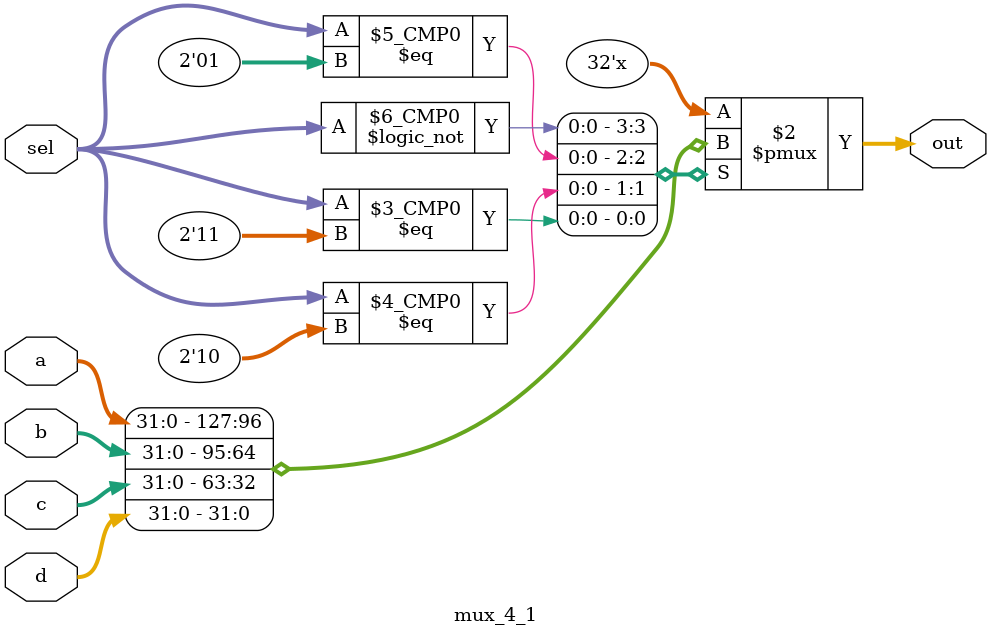
<source format=v>
`timescale 1ns / 1ps
/*
 * Engineer: Minstrel Hall
 * Create Date:    20:48:11 04/27/2016
 * Description:
 *
 * Dependencies:
 *
 * Revision:
 *
 */

module mux_4_1(
	output reg [31:0] out,
	input [31:0] a, b, c, d,
	input [1:0] sel
    );

	always @ (*)
		case (sel)
			2'b00: out = a;
			2'b01: out = b;
			2'b10: out = c;
			2'b11: out = d;
		endcase

endmodule

</source>
